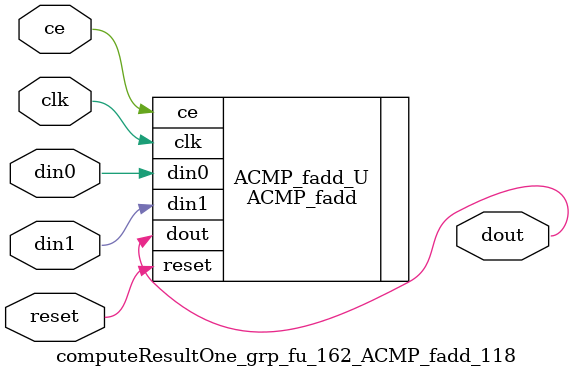
<source format=v>

`timescale 1 ns / 1 ps
module computeResultOne_grp_fu_162_ACMP_fadd_118(
    clk,
    reset,
    ce,
    din0,
    din1,
    dout);

parameter ID = 32'd1;
parameter NUM_STAGE = 32'd1;
parameter din0_WIDTH = 32'd1;
parameter din1_WIDTH = 32'd1;
parameter dout_WIDTH = 32'd1;
input clk;
input reset;
input ce;
input[din0_WIDTH - 1:0] din0;
input[din1_WIDTH - 1:0] din1;
output[dout_WIDTH - 1:0] dout;



ACMP_fadd #(
.ID( ID ),
.NUM_STAGE( 4 ),
.din0_WIDTH( din0_WIDTH ),
.din1_WIDTH( din1_WIDTH ),
.dout_WIDTH( dout_WIDTH ))
ACMP_fadd_U(
    .clk( clk ),
    .reset( reset ),
    .ce( ce ),
    .din0( din0 ),
    .din1( din1 ),
    .dout( dout ));

endmodule

</source>
